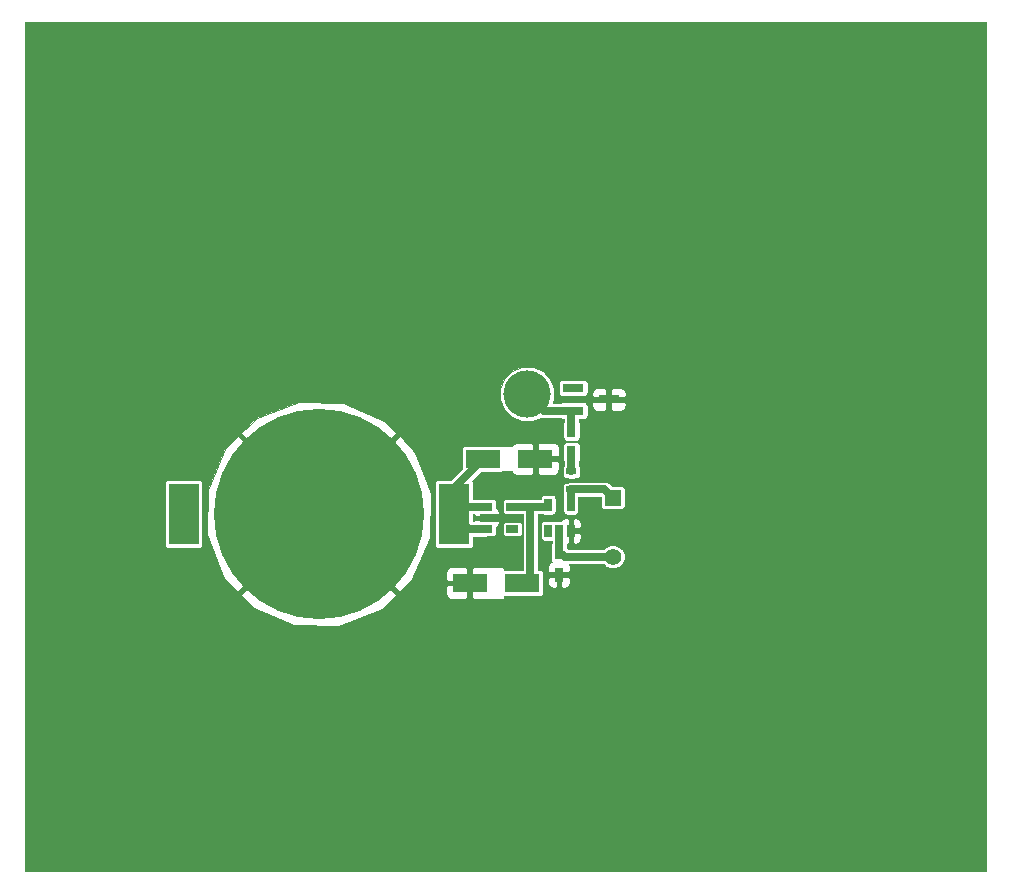
<source format=gbr>
G04 #@! TF.FileFunction,Copper,L1,Top,Signal*
%FSLAX46Y46*%
G04 Gerber Fmt 4.6, Leading zero omitted, Abs format (unit mm)*
G04 Created by KiCad (PCBNEW 4.0.1-stable) date 2/18/2016 11:52:06 AM*
%MOMM*%
G01*
G04 APERTURE LIST*
%ADD10C,0.100000*%
%ADD11R,0.750000X1.200000*%
%ADD12R,1.800860X0.800100*%
%ADD13R,1.400000X1.400000*%
%ADD14C,1.400000*%
%ADD15R,0.900000X0.500000*%
%ADD16R,0.650000X1.060000*%
%ADD17R,1.060000X0.650000*%
%ADD18C,17.800000*%
%ADD19R,2.600000X5.200000*%
%ADD20C,4.000000*%
%ADD21R,2.999740X1.600200*%
%ADD22C,0.700000*%
G04 APERTURE END LIST*
D10*
D11*
X172212000Y-104968000D03*
X172212000Y-106868000D03*
D12*
X173441360Y-91061500D03*
X173441360Y-92961500D03*
X176443640Y-92011500D03*
D11*
X173291500Y-96517500D03*
X173291500Y-94617500D03*
D13*
X176784000Y-100330000D03*
D14*
X176784000Y-105330000D03*
D15*
X173291500Y-98119500D03*
X173291500Y-99619500D03*
D16*
X171325500Y-103144500D03*
X172275500Y-103144500D03*
X173225500Y-103144500D03*
X173225500Y-100944500D03*
X171325500Y-100944500D03*
D17*
X166095500Y-101094500D03*
X166095500Y-102044500D03*
X166095500Y-102994500D03*
X168295500Y-102994500D03*
X168295500Y-101094500D03*
D18*
X151892000Y-101727000D03*
D19*
X163342000Y-101727000D03*
X140442000Y-101727000D03*
D20*
X169545000Y-91567000D03*
D21*
X165821360Y-97028000D03*
X170220640Y-97028000D03*
X169077640Y-107569000D03*
X164678360Y-107569000D03*
D22*
X172275500Y-103144500D02*
X172275500Y-104904500D01*
X172275500Y-104904500D02*
X172701000Y-105330000D01*
X172701000Y-105330000D02*
X176784000Y-105330000D01*
X166095500Y-102044500D02*
X167322500Y-102044500D01*
X167322500Y-102044500D02*
X167386000Y-101981000D01*
X173441360Y-92961500D02*
X170939500Y-92961500D01*
X170939500Y-92961500D02*
X169545000Y-91567000D01*
X173291500Y-94617500D02*
X173291500Y-93111360D01*
X173291500Y-93111360D02*
X173441360Y-92961500D01*
X173291500Y-98119500D02*
X173291500Y-96517500D01*
X173291500Y-99619500D02*
X176073500Y-99619500D01*
X176073500Y-99619500D02*
X176784000Y-100330000D01*
X173225500Y-100944500D02*
X173225500Y-99685500D01*
X173225500Y-99685500D02*
X173291500Y-99619500D01*
X169799000Y-101094500D02*
X169799000Y-106847640D01*
X169799000Y-106847640D02*
X169077640Y-107569000D01*
X168295500Y-101094500D02*
X169799000Y-101094500D01*
X169799000Y-101094500D02*
X171175500Y-101094500D01*
X171175500Y-101094500D02*
X171325500Y-100944500D01*
X163342000Y-101727000D02*
X163342000Y-99507360D01*
X163342000Y-99507360D02*
X165821360Y-97028000D01*
X166095500Y-102994500D02*
X164609500Y-102994500D01*
X164609500Y-102994500D02*
X163342000Y-101727000D01*
X166095500Y-101094500D02*
X163974500Y-101094500D01*
X163974500Y-101094500D02*
X163342000Y-101727000D01*
D10*
G36*
X208413000Y-131959000D02*
X126994000Y-131959000D01*
X126994000Y-108582775D01*
X145319068Y-108582775D01*
X146391633Y-109637866D01*
X149837681Y-111140587D01*
X153596480Y-111210174D01*
X157095788Y-109836034D01*
X157392367Y-109637866D01*
X158464932Y-108582775D01*
X151892000Y-102009843D01*
X145319068Y-108582775D01*
X126994000Y-108582775D01*
X126994000Y-99127000D01*
X138836123Y-99127000D01*
X138836123Y-104327000D01*
X138857042Y-104438173D01*
X138922745Y-104540279D01*
X139022997Y-104608778D01*
X139142000Y-104632877D01*
X141742000Y-104632877D01*
X141853173Y-104611958D01*
X141955279Y-104546255D01*
X142023778Y-104446003D01*
X142047877Y-104327000D01*
X142047877Y-103431480D01*
X142408826Y-103431480D01*
X143782966Y-106930788D01*
X143981134Y-107227367D01*
X145036225Y-108299932D01*
X151609157Y-101727000D01*
X152174843Y-101727000D01*
X158747775Y-108299932D01*
X159134797Y-107906500D01*
X162628490Y-107906500D01*
X162628490Y-108478502D01*
X162712222Y-108680650D01*
X162866940Y-108835367D01*
X163069088Y-108919100D01*
X164340860Y-108919100D01*
X164478360Y-108781600D01*
X164478360Y-107769000D01*
X162765990Y-107769000D01*
X162628490Y-107906500D01*
X159134797Y-107906500D01*
X159802866Y-107227367D01*
X160050497Y-106659498D01*
X162628490Y-106659498D01*
X162628490Y-107231500D01*
X162765990Y-107369000D01*
X164478360Y-107369000D01*
X164478360Y-106356400D01*
X164878360Y-106356400D01*
X164878360Y-107369000D01*
X164898360Y-107369000D01*
X164898360Y-107769000D01*
X164878360Y-107769000D01*
X164878360Y-108781600D01*
X165015860Y-108919100D01*
X166287632Y-108919100D01*
X166360299Y-108889000D01*
X167513000Y-108889000D01*
X167531173Y-108885581D01*
X167547864Y-108874840D01*
X167559061Y-108858453D01*
X167563000Y-108839000D01*
X167563000Y-108671986D01*
X167577770Y-108674977D01*
X170577510Y-108674977D01*
X170688683Y-108654058D01*
X170790789Y-108588355D01*
X170859288Y-108488103D01*
X170883387Y-108369100D01*
X170883387Y-107205500D01*
X171287000Y-107205500D01*
X171287000Y-107577402D01*
X171370733Y-107779550D01*
X171525450Y-107934268D01*
X171727598Y-108018000D01*
X171887000Y-108018000D01*
X172024500Y-107880500D01*
X172024500Y-107068000D01*
X172399500Y-107068000D01*
X172399500Y-107880500D01*
X172537000Y-108018000D01*
X172696402Y-108018000D01*
X172898550Y-107934268D01*
X173053267Y-107779550D01*
X173137000Y-107577402D01*
X173137000Y-107205500D01*
X172999500Y-107068000D01*
X172399500Y-107068000D01*
X172024500Y-107068000D01*
X171424500Y-107068000D01*
X171287000Y-107205500D01*
X170883387Y-107205500D01*
X170883387Y-106768900D01*
X170862468Y-106657727D01*
X170796765Y-106555621D01*
X170696513Y-106487122D01*
X170577510Y-106463023D01*
X170449000Y-106463023D01*
X170449000Y-102614500D01*
X170694623Y-102614500D01*
X170694623Y-103674500D01*
X170715542Y-103785673D01*
X170781245Y-103887779D01*
X170881497Y-103956278D01*
X171000500Y-103980377D01*
X171625500Y-103980377D01*
X171625500Y-104147600D01*
X171623721Y-104148745D01*
X171555222Y-104248997D01*
X171531123Y-104368000D01*
X171531123Y-105568000D01*
X171552042Y-105679173D01*
X171608713Y-105767243D01*
X171525450Y-105801732D01*
X171370733Y-105956450D01*
X171287000Y-106158598D01*
X171287000Y-106530500D01*
X171424500Y-106668000D01*
X172024500Y-106668000D01*
X172024500Y-106648000D01*
X172399500Y-106648000D01*
X172399500Y-106668000D01*
X172999500Y-106668000D01*
X173137000Y-106530500D01*
X173137000Y-106158598D01*
X173063022Y-105980000D01*
X176019886Y-105980000D01*
X176216806Y-106177264D01*
X176584215Y-106329826D01*
X176982040Y-106330173D01*
X177349714Y-106178253D01*
X177631264Y-105897194D01*
X177783826Y-105529785D01*
X177784173Y-105131960D01*
X177632253Y-104764286D01*
X177351194Y-104482736D01*
X176983785Y-104330174D01*
X176585960Y-104329827D01*
X176218286Y-104481747D01*
X176019687Y-104680000D01*
X172970238Y-104680000D01*
X172925500Y-104635262D01*
X172925500Y-104224500D01*
X173063000Y-104087000D01*
X173063000Y-103344500D01*
X173388000Y-103344500D01*
X173388000Y-104087000D01*
X173525500Y-104224500D01*
X173659902Y-104224500D01*
X173862050Y-104140768D01*
X174016767Y-103986050D01*
X174100500Y-103783902D01*
X174100500Y-103482000D01*
X173963000Y-103344500D01*
X173388000Y-103344500D01*
X173063000Y-103344500D01*
X173005500Y-103344500D01*
X173005500Y-102944500D01*
X173063000Y-102944500D01*
X173063000Y-102202000D01*
X173388000Y-102202000D01*
X173388000Y-102944500D01*
X173963000Y-102944500D01*
X174100500Y-102807000D01*
X174100500Y-102505098D01*
X174016767Y-102302950D01*
X173862050Y-102148232D01*
X173659902Y-102064500D01*
X173525500Y-102064500D01*
X173388000Y-102202000D01*
X173063000Y-102202000D01*
X172925500Y-102064500D01*
X172791098Y-102064500D01*
X172588950Y-102148232D01*
X172434233Y-102302950D01*
X172431883Y-102308623D01*
X171950500Y-102308623D01*
X171839327Y-102329542D01*
X171800971Y-102354223D01*
X171769503Y-102332722D01*
X171650500Y-102308623D01*
X171000500Y-102308623D01*
X170889327Y-102329542D01*
X170787221Y-102395245D01*
X170718722Y-102495497D01*
X170694623Y-102614500D01*
X170449000Y-102614500D01*
X170449000Y-101744500D01*
X170864259Y-101744500D01*
X170881497Y-101756278D01*
X171000500Y-101780377D01*
X171650500Y-101780377D01*
X171761673Y-101759458D01*
X171863779Y-101693755D01*
X171932278Y-101593503D01*
X171956377Y-101474500D01*
X171956377Y-101040636D01*
X171975499Y-100944500D01*
X171956377Y-100848364D01*
X171956377Y-100414500D01*
X171935458Y-100303327D01*
X171869755Y-100201221D01*
X171769503Y-100132722D01*
X171650500Y-100108623D01*
X171000500Y-100108623D01*
X170889327Y-100129542D01*
X170787221Y-100195245D01*
X170718722Y-100295497D01*
X170694623Y-100414500D01*
X170694623Y-100444500D01*
X168295500Y-100444500D01*
X168199362Y-100463623D01*
X167765500Y-100463623D01*
X167654327Y-100484542D01*
X167552221Y-100550245D01*
X167483722Y-100650497D01*
X167459623Y-100769500D01*
X167459623Y-101419500D01*
X167480542Y-101530673D01*
X167546245Y-101632779D01*
X167646497Y-101701278D01*
X167765500Y-101725377D01*
X168199362Y-101725377D01*
X168295500Y-101744500D01*
X169149000Y-101744500D01*
X169149000Y-106463023D01*
X167577770Y-106463023D01*
X167563000Y-106465802D01*
X167563000Y-106299000D01*
X167559581Y-106280827D01*
X167548840Y-106264136D01*
X167532453Y-106252939D01*
X167513000Y-106249000D01*
X166360299Y-106249000D01*
X166287632Y-106218900D01*
X165015860Y-106218900D01*
X164878360Y-106356400D01*
X164478360Y-106356400D01*
X164340860Y-106218900D01*
X163069088Y-106218900D01*
X162866940Y-106302633D01*
X162712222Y-106457350D01*
X162628490Y-106659498D01*
X160050497Y-106659498D01*
X161305587Y-103781319D01*
X161375174Y-100022520D01*
X161023514Y-99127000D01*
X161736123Y-99127000D01*
X161736123Y-104327000D01*
X161757042Y-104438173D01*
X161822745Y-104540279D01*
X161922997Y-104608778D01*
X162042000Y-104632877D01*
X164642000Y-104632877D01*
X164753173Y-104611958D01*
X164855279Y-104546255D01*
X164923778Y-104446003D01*
X164947877Y-104327000D01*
X164947877Y-103644500D01*
X166095500Y-103644500D01*
X166191638Y-103625377D01*
X166625500Y-103625377D01*
X166736673Y-103604458D01*
X166838779Y-103538755D01*
X166907278Y-103438503D01*
X166931377Y-103319500D01*
X166931377Y-102838117D01*
X166937050Y-102835767D01*
X167091768Y-102681050D01*
X167096552Y-102669500D01*
X167459623Y-102669500D01*
X167459623Y-103319500D01*
X167480542Y-103430673D01*
X167546245Y-103532779D01*
X167646497Y-103601278D01*
X167765500Y-103625377D01*
X168825500Y-103625377D01*
X168936673Y-103604458D01*
X169038779Y-103538755D01*
X169107278Y-103438503D01*
X169131377Y-103319500D01*
X169131377Y-102669500D01*
X169110458Y-102558327D01*
X169044755Y-102456221D01*
X168944503Y-102387722D01*
X168825500Y-102363623D01*
X167765500Y-102363623D01*
X167654327Y-102384542D01*
X167552221Y-102450245D01*
X167483722Y-102550497D01*
X167459623Y-102669500D01*
X167096552Y-102669500D01*
X167175500Y-102478902D01*
X167175500Y-102344500D01*
X167038000Y-102207000D01*
X166295500Y-102207000D01*
X166295500Y-102264500D01*
X165895500Y-102264500D01*
X165895500Y-102207000D01*
X165153000Y-102207000D01*
X165015500Y-102344500D01*
X164947877Y-102344500D01*
X164947877Y-101744500D01*
X165015500Y-101744500D01*
X165153000Y-101882000D01*
X165895500Y-101882000D01*
X165895500Y-101824500D01*
X166295500Y-101824500D01*
X166295500Y-101882000D01*
X167038000Y-101882000D01*
X167175500Y-101744500D01*
X167175500Y-101610098D01*
X167091768Y-101407950D01*
X166937050Y-101253233D01*
X166931377Y-101250883D01*
X166931377Y-100769500D01*
X166910458Y-100658327D01*
X166844755Y-100556221D01*
X166744503Y-100487722D01*
X166625500Y-100463623D01*
X166191638Y-100463623D01*
X166095500Y-100444500D01*
X164947877Y-100444500D01*
X164947877Y-99369500D01*
X172535623Y-99369500D01*
X172535623Y-99869500D01*
X172556542Y-99980673D01*
X172575500Y-100010135D01*
X172575500Y-100944500D01*
X172594623Y-101040638D01*
X172594623Y-101474500D01*
X172615542Y-101585673D01*
X172681245Y-101687779D01*
X172781497Y-101756278D01*
X172900500Y-101780377D01*
X173550500Y-101780377D01*
X173661673Y-101759458D01*
X173763779Y-101693755D01*
X173832278Y-101593503D01*
X173856377Y-101474500D01*
X173856377Y-101040638D01*
X173875500Y-100944500D01*
X173875500Y-100269500D01*
X175778123Y-100269500D01*
X175778123Y-101030000D01*
X175799042Y-101141173D01*
X175864745Y-101243279D01*
X175964997Y-101311778D01*
X176084000Y-101335877D01*
X177484000Y-101335877D01*
X177595173Y-101314958D01*
X177697279Y-101249255D01*
X177765778Y-101149003D01*
X177789877Y-101030000D01*
X177789877Y-99630000D01*
X177768958Y-99518827D01*
X177703255Y-99416721D01*
X177603003Y-99348222D01*
X177484000Y-99324123D01*
X176697361Y-99324123D01*
X176533119Y-99159881D01*
X176322245Y-99018978D01*
X176267038Y-99007997D01*
X176073500Y-98969500D01*
X173291500Y-98969500D01*
X173097962Y-99007997D01*
X173042755Y-99018978D01*
X172975940Y-99063623D01*
X172841500Y-99063623D01*
X172730327Y-99084542D01*
X172628221Y-99150245D01*
X172559722Y-99250497D01*
X172535623Y-99369500D01*
X164947877Y-99369500D01*
X164947877Y-99127000D01*
X164926958Y-99015827D01*
X164861255Y-98913721D01*
X164857466Y-98911132D01*
X165634622Y-98133977D01*
X167321230Y-98133977D01*
X167432403Y-98113058D01*
X167462020Y-98094000D01*
X168235593Y-98094000D01*
X168254502Y-98139650D01*
X168409220Y-98294367D01*
X168611368Y-98378100D01*
X169883140Y-98378100D01*
X170020640Y-98240600D01*
X170020640Y-97228000D01*
X170420640Y-97228000D01*
X170420640Y-98240600D01*
X170558140Y-98378100D01*
X171829912Y-98378100D01*
X172032060Y-98294367D01*
X172186778Y-98139650D01*
X172270510Y-97937502D01*
X172270510Y-97869500D01*
X172535623Y-97869500D01*
X172535623Y-98369500D01*
X172556542Y-98480673D01*
X172622245Y-98582779D01*
X172722497Y-98651278D01*
X172841500Y-98675377D01*
X172975940Y-98675377D01*
X173042756Y-98720022D01*
X173291500Y-98769500D01*
X173540244Y-98720022D01*
X173607060Y-98675377D01*
X173741500Y-98675377D01*
X173852673Y-98654458D01*
X173954779Y-98588755D01*
X174023278Y-98488503D01*
X174047377Y-98369500D01*
X174047377Y-97869500D01*
X174026458Y-97758327D01*
X173960755Y-97656221D01*
X173941500Y-97643065D01*
X173941500Y-97246423D01*
X173948278Y-97236503D01*
X173972377Y-97117500D01*
X173972377Y-95917500D01*
X173951458Y-95806327D01*
X173885755Y-95704221D01*
X173785503Y-95635722D01*
X173666500Y-95611623D01*
X172916500Y-95611623D01*
X172805327Y-95632542D01*
X172703221Y-95698245D01*
X172634722Y-95798497D01*
X172610623Y-95917500D01*
X172610623Y-97117500D01*
X172631542Y-97228673D01*
X172641500Y-97244148D01*
X172641500Y-97641700D01*
X172628221Y-97650245D01*
X172559722Y-97750497D01*
X172535623Y-97869500D01*
X172270510Y-97869500D01*
X172270510Y-97365500D01*
X172133010Y-97228000D01*
X170420640Y-97228000D01*
X170020640Y-97228000D01*
X170000640Y-97228000D01*
X170000640Y-96828000D01*
X170020640Y-96828000D01*
X170020640Y-95815400D01*
X170420640Y-95815400D01*
X170420640Y-96828000D01*
X172133010Y-96828000D01*
X172270510Y-96690500D01*
X172270510Y-96118498D01*
X172186778Y-95916350D01*
X172032060Y-95761633D01*
X171829912Y-95677900D01*
X170558140Y-95677900D01*
X170420640Y-95815400D01*
X170020640Y-95815400D01*
X169883140Y-95677900D01*
X168611368Y-95677900D01*
X168409220Y-95761633D01*
X168254502Y-95916350D01*
X168235593Y-95962000D01*
X167463471Y-95962000D01*
X167440233Y-95946122D01*
X167321230Y-95922023D01*
X164321490Y-95922023D01*
X164210317Y-95942942D01*
X164108211Y-96008645D01*
X164039712Y-96108897D01*
X164015613Y-96227900D01*
X164015613Y-97828100D01*
X164029297Y-97900824D01*
X163108999Y-98821123D01*
X162042000Y-98821123D01*
X161930827Y-98842042D01*
X161828721Y-98907745D01*
X161760222Y-99007997D01*
X161736123Y-99127000D01*
X161023514Y-99127000D01*
X160001034Y-96523212D01*
X159802866Y-96226633D01*
X158747775Y-95154068D01*
X152174843Y-101727000D01*
X151609157Y-101727000D01*
X145036225Y-95154068D01*
X143981134Y-96226633D01*
X142478413Y-99672681D01*
X142408826Y-103431480D01*
X142047877Y-103431480D01*
X142047877Y-99127000D01*
X142026958Y-99015827D01*
X141961255Y-98913721D01*
X141861003Y-98845222D01*
X141742000Y-98821123D01*
X139142000Y-98821123D01*
X139030827Y-98842042D01*
X138928721Y-98907745D01*
X138860222Y-99007997D01*
X138836123Y-99127000D01*
X126994000Y-99127000D01*
X126994000Y-94871225D01*
X145319068Y-94871225D01*
X151892000Y-101444157D01*
X158464932Y-94871225D01*
X157392367Y-93816134D01*
X153946319Y-92313413D01*
X150187520Y-92243826D01*
X146688212Y-93617966D01*
X146391633Y-93816134D01*
X145319068Y-94871225D01*
X126994000Y-94871225D01*
X126994000Y-92022491D01*
X167244601Y-92022491D01*
X167594018Y-92868143D01*
X168240453Y-93515708D01*
X169085495Y-93866600D01*
X170000491Y-93867399D01*
X170723699Y-93568575D01*
X170939500Y-93611500D01*
X172375345Y-93611500D01*
X172421927Y-93643328D01*
X172540930Y-93667427D01*
X172641500Y-93667427D01*
X172641500Y-93888577D01*
X172634722Y-93898497D01*
X172610623Y-94017500D01*
X172610623Y-95217500D01*
X172631542Y-95328673D01*
X172697245Y-95430779D01*
X172797497Y-95499278D01*
X172916500Y-95523377D01*
X173666500Y-95523377D01*
X173777673Y-95502458D01*
X173879779Y-95436755D01*
X173948278Y-95336503D01*
X173972377Y-95217500D01*
X173972377Y-94017500D01*
X173951458Y-93906327D01*
X173941500Y-93890852D01*
X173941500Y-93667427D01*
X174341790Y-93667427D01*
X174452963Y-93646508D01*
X174555069Y-93580805D01*
X174623568Y-93480553D01*
X174647667Y-93361550D01*
X174647667Y-92561450D01*
X174626748Y-92450277D01*
X174561579Y-92349000D01*
X174993210Y-92349000D01*
X174993210Y-92520952D01*
X175076943Y-92723100D01*
X175231660Y-92877818D01*
X175433808Y-92961550D01*
X176106140Y-92961550D01*
X176243640Y-92824050D01*
X176243640Y-92211500D01*
X176643640Y-92211500D01*
X176643640Y-92824050D01*
X176781140Y-92961550D01*
X177453472Y-92961550D01*
X177655620Y-92877818D01*
X177810337Y-92723100D01*
X177894070Y-92520952D01*
X177894070Y-92349000D01*
X177756570Y-92211500D01*
X176643640Y-92211500D01*
X176243640Y-92211500D01*
X175130710Y-92211500D01*
X174993210Y-92349000D01*
X174561579Y-92349000D01*
X174561045Y-92348171D01*
X174460793Y-92279672D01*
X174341790Y-92255573D01*
X172540930Y-92255573D01*
X172429757Y-92276492D01*
X172375353Y-92311500D01*
X171726260Y-92311500D01*
X171844600Y-92026505D01*
X171845399Y-91111509D01*
X171659439Y-90661450D01*
X172235053Y-90661450D01*
X172235053Y-91461550D01*
X172255972Y-91572723D01*
X172321675Y-91674829D01*
X172421927Y-91743328D01*
X172540930Y-91767427D01*
X174341790Y-91767427D01*
X174452963Y-91746508D01*
X174555069Y-91680805D01*
X174623568Y-91580553D01*
X174639465Y-91502048D01*
X174993210Y-91502048D01*
X174993210Y-91674000D01*
X175130710Y-91811500D01*
X176243640Y-91811500D01*
X176243640Y-91198950D01*
X176643640Y-91198950D01*
X176643640Y-91811500D01*
X177756570Y-91811500D01*
X177894070Y-91674000D01*
X177894070Y-91502048D01*
X177810337Y-91299900D01*
X177655620Y-91145182D01*
X177453472Y-91061450D01*
X176781140Y-91061450D01*
X176643640Y-91198950D01*
X176243640Y-91198950D01*
X176106140Y-91061450D01*
X175433808Y-91061450D01*
X175231660Y-91145182D01*
X175076943Y-91299900D01*
X174993210Y-91502048D01*
X174639465Y-91502048D01*
X174647667Y-91461550D01*
X174647667Y-90661450D01*
X174626748Y-90550277D01*
X174561045Y-90448171D01*
X174460793Y-90379672D01*
X174341790Y-90355573D01*
X172540930Y-90355573D01*
X172429757Y-90376492D01*
X172327651Y-90442195D01*
X172259152Y-90542447D01*
X172235053Y-90661450D01*
X171659439Y-90661450D01*
X171495982Y-90265857D01*
X170849547Y-89618292D01*
X170004505Y-89267400D01*
X169089509Y-89266601D01*
X168243857Y-89616018D01*
X167596292Y-90262453D01*
X167245400Y-91107495D01*
X167244601Y-92022491D01*
X126994000Y-92022491D01*
X126994000Y-60065000D01*
X208413000Y-60065000D01*
X208413000Y-131959000D01*
X208413000Y-131959000D01*
G37*
X208413000Y-131959000D02*
X126994000Y-131959000D01*
X126994000Y-108582775D01*
X145319068Y-108582775D01*
X146391633Y-109637866D01*
X149837681Y-111140587D01*
X153596480Y-111210174D01*
X157095788Y-109836034D01*
X157392367Y-109637866D01*
X158464932Y-108582775D01*
X151892000Y-102009843D01*
X145319068Y-108582775D01*
X126994000Y-108582775D01*
X126994000Y-99127000D01*
X138836123Y-99127000D01*
X138836123Y-104327000D01*
X138857042Y-104438173D01*
X138922745Y-104540279D01*
X139022997Y-104608778D01*
X139142000Y-104632877D01*
X141742000Y-104632877D01*
X141853173Y-104611958D01*
X141955279Y-104546255D01*
X142023778Y-104446003D01*
X142047877Y-104327000D01*
X142047877Y-103431480D01*
X142408826Y-103431480D01*
X143782966Y-106930788D01*
X143981134Y-107227367D01*
X145036225Y-108299932D01*
X151609157Y-101727000D01*
X152174843Y-101727000D01*
X158747775Y-108299932D01*
X159134797Y-107906500D01*
X162628490Y-107906500D01*
X162628490Y-108478502D01*
X162712222Y-108680650D01*
X162866940Y-108835367D01*
X163069088Y-108919100D01*
X164340860Y-108919100D01*
X164478360Y-108781600D01*
X164478360Y-107769000D01*
X162765990Y-107769000D01*
X162628490Y-107906500D01*
X159134797Y-107906500D01*
X159802866Y-107227367D01*
X160050497Y-106659498D01*
X162628490Y-106659498D01*
X162628490Y-107231500D01*
X162765990Y-107369000D01*
X164478360Y-107369000D01*
X164478360Y-106356400D01*
X164878360Y-106356400D01*
X164878360Y-107369000D01*
X164898360Y-107369000D01*
X164898360Y-107769000D01*
X164878360Y-107769000D01*
X164878360Y-108781600D01*
X165015860Y-108919100D01*
X166287632Y-108919100D01*
X166360299Y-108889000D01*
X167513000Y-108889000D01*
X167531173Y-108885581D01*
X167547864Y-108874840D01*
X167559061Y-108858453D01*
X167563000Y-108839000D01*
X167563000Y-108671986D01*
X167577770Y-108674977D01*
X170577510Y-108674977D01*
X170688683Y-108654058D01*
X170790789Y-108588355D01*
X170859288Y-108488103D01*
X170883387Y-108369100D01*
X170883387Y-107205500D01*
X171287000Y-107205500D01*
X171287000Y-107577402D01*
X171370733Y-107779550D01*
X171525450Y-107934268D01*
X171727598Y-108018000D01*
X171887000Y-108018000D01*
X172024500Y-107880500D01*
X172024500Y-107068000D01*
X172399500Y-107068000D01*
X172399500Y-107880500D01*
X172537000Y-108018000D01*
X172696402Y-108018000D01*
X172898550Y-107934268D01*
X173053267Y-107779550D01*
X173137000Y-107577402D01*
X173137000Y-107205500D01*
X172999500Y-107068000D01*
X172399500Y-107068000D01*
X172024500Y-107068000D01*
X171424500Y-107068000D01*
X171287000Y-107205500D01*
X170883387Y-107205500D01*
X170883387Y-106768900D01*
X170862468Y-106657727D01*
X170796765Y-106555621D01*
X170696513Y-106487122D01*
X170577510Y-106463023D01*
X170449000Y-106463023D01*
X170449000Y-102614500D01*
X170694623Y-102614500D01*
X170694623Y-103674500D01*
X170715542Y-103785673D01*
X170781245Y-103887779D01*
X170881497Y-103956278D01*
X171000500Y-103980377D01*
X171625500Y-103980377D01*
X171625500Y-104147600D01*
X171623721Y-104148745D01*
X171555222Y-104248997D01*
X171531123Y-104368000D01*
X171531123Y-105568000D01*
X171552042Y-105679173D01*
X171608713Y-105767243D01*
X171525450Y-105801732D01*
X171370733Y-105956450D01*
X171287000Y-106158598D01*
X171287000Y-106530500D01*
X171424500Y-106668000D01*
X172024500Y-106668000D01*
X172024500Y-106648000D01*
X172399500Y-106648000D01*
X172399500Y-106668000D01*
X172999500Y-106668000D01*
X173137000Y-106530500D01*
X173137000Y-106158598D01*
X173063022Y-105980000D01*
X176019886Y-105980000D01*
X176216806Y-106177264D01*
X176584215Y-106329826D01*
X176982040Y-106330173D01*
X177349714Y-106178253D01*
X177631264Y-105897194D01*
X177783826Y-105529785D01*
X177784173Y-105131960D01*
X177632253Y-104764286D01*
X177351194Y-104482736D01*
X176983785Y-104330174D01*
X176585960Y-104329827D01*
X176218286Y-104481747D01*
X176019687Y-104680000D01*
X172970238Y-104680000D01*
X172925500Y-104635262D01*
X172925500Y-104224500D01*
X173063000Y-104087000D01*
X173063000Y-103344500D01*
X173388000Y-103344500D01*
X173388000Y-104087000D01*
X173525500Y-104224500D01*
X173659902Y-104224500D01*
X173862050Y-104140768D01*
X174016767Y-103986050D01*
X174100500Y-103783902D01*
X174100500Y-103482000D01*
X173963000Y-103344500D01*
X173388000Y-103344500D01*
X173063000Y-103344500D01*
X173005500Y-103344500D01*
X173005500Y-102944500D01*
X173063000Y-102944500D01*
X173063000Y-102202000D01*
X173388000Y-102202000D01*
X173388000Y-102944500D01*
X173963000Y-102944500D01*
X174100500Y-102807000D01*
X174100500Y-102505098D01*
X174016767Y-102302950D01*
X173862050Y-102148232D01*
X173659902Y-102064500D01*
X173525500Y-102064500D01*
X173388000Y-102202000D01*
X173063000Y-102202000D01*
X172925500Y-102064500D01*
X172791098Y-102064500D01*
X172588950Y-102148232D01*
X172434233Y-102302950D01*
X172431883Y-102308623D01*
X171950500Y-102308623D01*
X171839327Y-102329542D01*
X171800971Y-102354223D01*
X171769503Y-102332722D01*
X171650500Y-102308623D01*
X171000500Y-102308623D01*
X170889327Y-102329542D01*
X170787221Y-102395245D01*
X170718722Y-102495497D01*
X170694623Y-102614500D01*
X170449000Y-102614500D01*
X170449000Y-101744500D01*
X170864259Y-101744500D01*
X170881497Y-101756278D01*
X171000500Y-101780377D01*
X171650500Y-101780377D01*
X171761673Y-101759458D01*
X171863779Y-101693755D01*
X171932278Y-101593503D01*
X171956377Y-101474500D01*
X171956377Y-101040636D01*
X171975499Y-100944500D01*
X171956377Y-100848364D01*
X171956377Y-100414500D01*
X171935458Y-100303327D01*
X171869755Y-100201221D01*
X171769503Y-100132722D01*
X171650500Y-100108623D01*
X171000500Y-100108623D01*
X170889327Y-100129542D01*
X170787221Y-100195245D01*
X170718722Y-100295497D01*
X170694623Y-100414500D01*
X170694623Y-100444500D01*
X168295500Y-100444500D01*
X168199362Y-100463623D01*
X167765500Y-100463623D01*
X167654327Y-100484542D01*
X167552221Y-100550245D01*
X167483722Y-100650497D01*
X167459623Y-100769500D01*
X167459623Y-101419500D01*
X167480542Y-101530673D01*
X167546245Y-101632779D01*
X167646497Y-101701278D01*
X167765500Y-101725377D01*
X168199362Y-101725377D01*
X168295500Y-101744500D01*
X169149000Y-101744500D01*
X169149000Y-106463023D01*
X167577770Y-106463023D01*
X167563000Y-106465802D01*
X167563000Y-106299000D01*
X167559581Y-106280827D01*
X167548840Y-106264136D01*
X167532453Y-106252939D01*
X167513000Y-106249000D01*
X166360299Y-106249000D01*
X166287632Y-106218900D01*
X165015860Y-106218900D01*
X164878360Y-106356400D01*
X164478360Y-106356400D01*
X164340860Y-106218900D01*
X163069088Y-106218900D01*
X162866940Y-106302633D01*
X162712222Y-106457350D01*
X162628490Y-106659498D01*
X160050497Y-106659498D01*
X161305587Y-103781319D01*
X161375174Y-100022520D01*
X161023514Y-99127000D01*
X161736123Y-99127000D01*
X161736123Y-104327000D01*
X161757042Y-104438173D01*
X161822745Y-104540279D01*
X161922997Y-104608778D01*
X162042000Y-104632877D01*
X164642000Y-104632877D01*
X164753173Y-104611958D01*
X164855279Y-104546255D01*
X164923778Y-104446003D01*
X164947877Y-104327000D01*
X164947877Y-103644500D01*
X166095500Y-103644500D01*
X166191638Y-103625377D01*
X166625500Y-103625377D01*
X166736673Y-103604458D01*
X166838779Y-103538755D01*
X166907278Y-103438503D01*
X166931377Y-103319500D01*
X166931377Y-102838117D01*
X166937050Y-102835767D01*
X167091768Y-102681050D01*
X167096552Y-102669500D01*
X167459623Y-102669500D01*
X167459623Y-103319500D01*
X167480542Y-103430673D01*
X167546245Y-103532779D01*
X167646497Y-103601278D01*
X167765500Y-103625377D01*
X168825500Y-103625377D01*
X168936673Y-103604458D01*
X169038779Y-103538755D01*
X169107278Y-103438503D01*
X169131377Y-103319500D01*
X169131377Y-102669500D01*
X169110458Y-102558327D01*
X169044755Y-102456221D01*
X168944503Y-102387722D01*
X168825500Y-102363623D01*
X167765500Y-102363623D01*
X167654327Y-102384542D01*
X167552221Y-102450245D01*
X167483722Y-102550497D01*
X167459623Y-102669500D01*
X167096552Y-102669500D01*
X167175500Y-102478902D01*
X167175500Y-102344500D01*
X167038000Y-102207000D01*
X166295500Y-102207000D01*
X166295500Y-102264500D01*
X165895500Y-102264500D01*
X165895500Y-102207000D01*
X165153000Y-102207000D01*
X165015500Y-102344500D01*
X164947877Y-102344500D01*
X164947877Y-101744500D01*
X165015500Y-101744500D01*
X165153000Y-101882000D01*
X165895500Y-101882000D01*
X165895500Y-101824500D01*
X166295500Y-101824500D01*
X166295500Y-101882000D01*
X167038000Y-101882000D01*
X167175500Y-101744500D01*
X167175500Y-101610098D01*
X167091768Y-101407950D01*
X166937050Y-101253233D01*
X166931377Y-101250883D01*
X166931377Y-100769500D01*
X166910458Y-100658327D01*
X166844755Y-100556221D01*
X166744503Y-100487722D01*
X166625500Y-100463623D01*
X166191638Y-100463623D01*
X166095500Y-100444500D01*
X164947877Y-100444500D01*
X164947877Y-99369500D01*
X172535623Y-99369500D01*
X172535623Y-99869500D01*
X172556542Y-99980673D01*
X172575500Y-100010135D01*
X172575500Y-100944500D01*
X172594623Y-101040638D01*
X172594623Y-101474500D01*
X172615542Y-101585673D01*
X172681245Y-101687779D01*
X172781497Y-101756278D01*
X172900500Y-101780377D01*
X173550500Y-101780377D01*
X173661673Y-101759458D01*
X173763779Y-101693755D01*
X173832278Y-101593503D01*
X173856377Y-101474500D01*
X173856377Y-101040638D01*
X173875500Y-100944500D01*
X173875500Y-100269500D01*
X175778123Y-100269500D01*
X175778123Y-101030000D01*
X175799042Y-101141173D01*
X175864745Y-101243279D01*
X175964997Y-101311778D01*
X176084000Y-101335877D01*
X177484000Y-101335877D01*
X177595173Y-101314958D01*
X177697279Y-101249255D01*
X177765778Y-101149003D01*
X177789877Y-101030000D01*
X177789877Y-99630000D01*
X177768958Y-99518827D01*
X177703255Y-99416721D01*
X177603003Y-99348222D01*
X177484000Y-99324123D01*
X176697361Y-99324123D01*
X176533119Y-99159881D01*
X176322245Y-99018978D01*
X176267038Y-99007997D01*
X176073500Y-98969500D01*
X173291500Y-98969500D01*
X173097962Y-99007997D01*
X173042755Y-99018978D01*
X172975940Y-99063623D01*
X172841500Y-99063623D01*
X172730327Y-99084542D01*
X172628221Y-99150245D01*
X172559722Y-99250497D01*
X172535623Y-99369500D01*
X164947877Y-99369500D01*
X164947877Y-99127000D01*
X164926958Y-99015827D01*
X164861255Y-98913721D01*
X164857466Y-98911132D01*
X165634622Y-98133977D01*
X167321230Y-98133977D01*
X167432403Y-98113058D01*
X167462020Y-98094000D01*
X168235593Y-98094000D01*
X168254502Y-98139650D01*
X168409220Y-98294367D01*
X168611368Y-98378100D01*
X169883140Y-98378100D01*
X170020640Y-98240600D01*
X170020640Y-97228000D01*
X170420640Y-97228000D01*
X170420640Y-98240600D01*
X170558140Y-98378100D01*
X171829912Y-98378100D01*
X172032060Y-98294367D01*
X172186778Y-98139650D01*
X172270510Y-97937502D01*
X172270510Y-97869500D01*
X172535623Y-97869500D01*
X172535623Y-98369500D01*
X172556542Y-98480673D01*
X172622245Y-98582779D01*
X172722497Y-98651278D01*
X172841500Y-98675377D01*
X172975940Y-98675377D01*
X173042756Y-98720022D01*
X173291500Y-98769500D01*
X173540244Y-98720022D01*
X173607060Y-98675377D01*
X173741500Y-98675377D01*
X173852673Y-98654458D01*
X173954779Y-98588755D01*
X174023278Y-98488503D01*
X174047377Y-98369500D01*
X174047377Y-97869500D01*
X174026458Y-97758327D01*
X173960755Y-97656221D01*
X173941500Y-97643065D01*
X173941500Y-97246423D01*
X173948278Y-97236503D01*
X173972377Y-97117500D01*
X173972377Y-95917500D01*
X173951458Y-95806327D01*
X173885755Y-95704221D01*
X173785503Y-95635722D01*
X173666500Y-95611623D01*
X172916500Y-95611623D01*
X172805327Y-95632542D01*
X172703221Y-95698245D01*
X172634722Y-95798497D01*
X172610623Y-95917500D01*
X172610623Y-97117500D01*
X172631542Y-97228673D01*
X172641500Y-97244148D01*
X172641500Y-97641700D01*
X172628221Y-97650245D01*
X172559722Y-97750497D01*
X172535623Y-97869500D01*
X172270510Y-97869500D01*
X172270510Y-97365500D01*
X172133010Y-97228000D01*
X170420640Y-97228000D01*
X170020640Y-97228000D01*
X170000640Y-97228000D01*
X170000640Y-96828000D01*
X170020640Y-96828000D01*
X170020640Y-95815400D01*
X170420640Y-95815400D01*
X170420640Y-96828000D01*
X172133010Y-96828000D01*
X172270510Y-96690500D01*
X172270510Y-96118498D01*
X172186778Y-95916350D01*
X172032060Y-95761633D01*
X171829912Y-95677900D01*
X170558140Y-95677900D01*
X170420640Y-95815400D01*
X170020640Y-95815400D01*
X169883140Y-95677900D01*
X168611368Y-95677900D01*
X168409220Y-95761633D01*
X168254502Y-95916350D01*
X168235593Y-95962000D01*
X167463471Y-95962000D01*
X167440233Y-95946122D01*
X167321230Y-95922023D01*
X164321490Y-95922023D01*
X164210317Y-95942942D01*
X164108211Y-96008645D01*
X164039712Y-96108897D01*
X164015613Y-96227900D01*
X164015613Y-97828100D01*
X164029297Y-97900824D01*
X163108999Y-98821123D01*
X162042000Y-98821123D01*
X161930827Y-98842042D01*
X161828721Y-98907745D01*
X161760222Y-99007997D01*
X161736123Y-99127000D01*
X161023514Y-99127000D01*
X160001034Y-96523212D01*
X159802866Y-96226633D01*
X158747775Y-95154068D01*
X152174843Y-101727000D01*
X151609157Y-101727000D01*
X145036225Y-95154068D01*
X143981134Y-96226633D01*
X142478413Y-99672681D01*
X142408826Y-103431480D01*
X142047877Y-103431480D01*
X142047877Y-99127000D01*
X142026958Y-99015827D01*
X141961255Y-98913721D01*
X141861003Y-98845222D01*
X141742000Y-98821123D01*
X139142000Y-98821123D01*
X139030827Y-98842042D01*
X138928721Y-98907745D01*
X138860222Y-99007997D01*
X138836123Y-99127000D01*
X126994000Y-99127000D01*
X126994000Y-94871225D01*
X145319068Y-94871225D01*
X151892000Y-101444157D01*
X158464932Y-94871225D01*
X157392367Y-93816134D01*
X153946319Y-92313413D01*
X150187520Y-92243826D01*
X146688212Y-93617966D01*
X146391633Y-93816134D01*
X145319068Y-94871225D01*
X126994000Y-94871225D01*
X126994000Y-92022491D01*
X167244601Y-92022491D01*
X167594018Y-92868143D01*
X168240453Y-93515708D01*
X169085495Y-93866600D01*
X170000491Y-93867399D01*
X170723699Y-93568575D01*
X170939500Y-93611500D01*
X172375345Y-93611500D01*
X172421927Y-93643328D01*
X172540930Y-93667427D01*
X172641500Y-93667427D01*
X172641500Y-93888577D01*
X172634722Y-93898497D01*
X172610623Y-94017500D01*
X172610623Y-95217500D01*
X172631542Y-95328673D01*
X172697245Y-95430779D01*
X172797497Y-95499278D01*
X172916500Y-95523377D01*
X173666500Y-95523377D01*
X173777673Y-95502458D01*
X173879779Y-95436755D01*
X173948278Y-95336503D01*
X173972377Y-95217500D01*
X173972377Y-94017500D01*
X173951458Y-93906327D01*
X173941500Y-93890852D01*
X173941500Y-93667427D01*
X174341790Y-93667427D01*
X174452963Y-93646508D01*
X174555069Y-93580805D01*
X174623568Y-93480553D01*
X174647667Y-93361550D01*
X174647667Y-92561450D01*
X174626748Y-92450277D01*
X174561579Y-92349000D01*
X174993210Y-92349000D01*
X174993210Y-92520952D01*
X175076943Y-92723100D01*
X175231660Y-92877818D01*
X175433808Y-92961550D01*
X176106140Y-92961550D01*
X176243640Y-92824050D01*
X176243640Y-92211500D01*
X176643640Y-92211500D01*
X176643640Y-92824050D01*
X176781140Y-92961550D01*
X177453472Y-92961550D01*
X177655620Y-92877818D01*
X177810337Y-92723100D01*
X177894070Y-92520952D01*
X177894070Y-92349000D01*
X177756570Y-92211500D01*
X176643640Y-92211500D01*
X176243640Y-92211500D01*
X175130710Y-92211500D01*
X174993210Y-92349000D01*
X174561579Y-92349000D01*
X174561045Y-92348171D01*
X174460793Y-92279672D01*
X174341790Y-92255573D01*
X172540930Y-92255573D01*
X172429757Y-92276492D01*
X172375353Y-92311500D01*
X171726260Y-92311500D01*
X171844600Y-92026505D01*
X171845399Y-91111509D01*
X171659439Y-90661450D01*
X172235053Y-90661450D01*
X172235053Y-91461550D01*
X172255972Y-91572723D01*
X172321675Y-91674829D01*
X172421927Y-91743328D01*
X172540930Y-91767427D01*
X174341790Y-91767427D01*
X174452963Y-91746508D01*
X174555069Y-91680805D01*
X174623568Y-91580553D01*
X174639465Y-91502048D01*
X174993210Y-91502048D01*
X174993210Y-91674000D01*
X175130710Y-91811500D01*
X176243640Y-91811500D01*
X176243640Y-91198950D01*
X176643640Y-91198950D01*
X176643640Y-91811500D01*
X177756570Y-91811500D01*
X177894070Y-91674000D01*
X177894070Y-91502048D01*
X177810337Y-91299900D01*
X177655620Y-91145182D01*
X177453472Y-91061450D01*
X176781140Y-91061450D01*
X176643640Y-91198950D01*
X176243640Y-91198950D01*
X176106140Y-91061450D01*
X175433808Y-91061450D01*
X175231660Y-91145182D01*
X175076943Y-91299900D01*
X174993210Y-91502048D01*
X174639465Y-91502048D01*
X174647667Y-91461550D01*
X174647667Y-90661450D01*
X174626748Y-90550277D01*
X174561045Y-90448171D01*
X174460793Y-90379672D01*
X174341790Y-90355573D01*
X172540930Y-90355573D01*
X172429757Y-90376492D01*
X172327651Y-90442195D01*
X172259152Y-90542447D01*
X172235053Y-90661450D01*
X171659439Y-90661450D01*
X171495982Y-90265857D01*
X170849547Y-89618292D01*
X170004505Y-89267400D01*
X169089509Y-89266601D01*
X168243857Y-89616018D01*
X167596292Y-90262453D01*
X167245400Y-91107495D01*
X167244601Y-92022491D01*
X126994000Y-92022491D01*
X126994000Y-60065000D01*
X208413000Y-60065000D01*
X208413000Y-131959000D01*
M02*

</source>
